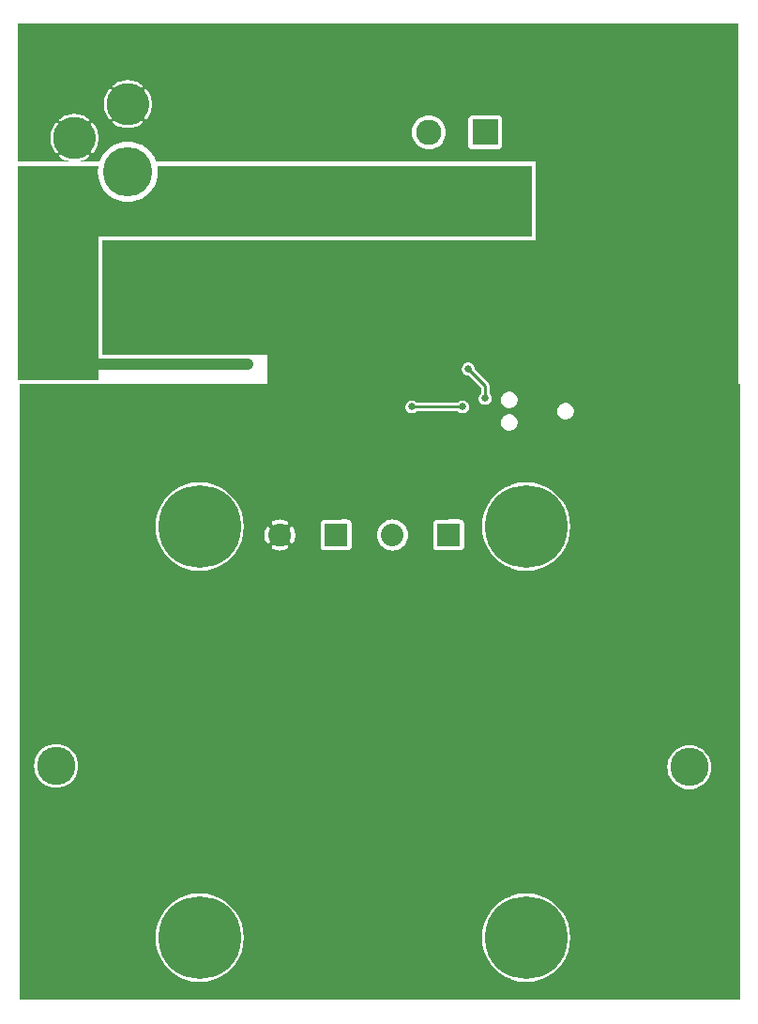
<source format=gbr>
G04 start of page 3 for group 1 idx 1 *
G04 Title: (unknown), bottom *
G04 Creator: pcb 4.0.2 *
G04 CreationDate: Mon Feb 22 18:13:25 2021 UTC *
G04 For: ndholmes *
G04 Format: Gerber/RS-274X *
G04 PCB-Dimensions (mil): 2600.00 3500.00 *
G04 PCB-Coordinate-Origin: lower left *
%MOIN*%
%FSLAX25Y25*%
%LNBOTTOM*%
%ADD51C,0.0420*%
%ADD50C,0.1285*%
%ADD49C,0.0960*%
%ADD48C,0.1100*%
%ADD47C,0.1250*%
%ADD46C,0.0550*%
%ADD45C,0.0390*%
%ADD44C,0.0120*%
%ADD43C,0.0260*%
%ADD42C,0.0800*%
%ADD41C,0.2937*%
%ADD40C,0.1360*%
%ADD39C,0.1500*%
%ADD38C,0.1750*%
%ADD37C,0.0900*%
%ADD36C,0.0100*%
%ADD35C,0.0400*%
%ADD34C,0.0001*%
G54D34*G36*
X239988Y220500D02*X258000D01*
Y2000D01*
X239988D01*
Y76677D01*
X240000Y76676D01*
X241224Y76772D01*
X242418Y77059D01*
X243552Y77529D01*
X244599Y78170D01*
X245532Y78968D01*
X246330Y79901D01*
X246971Y80948D01*
X247441Y82082D01*
X247728Y83276D01*
X247800Y84500D01*
X247728Y85724D01*
X247441Y86918D01*
X246971Y88052D01*
X246330Y89099D01*
X245532Y90032D01*
X244599Y90830D01*
X243552Y91471D01*
X242418Y91941D01*
X241224Y92228D01*
X240000Y92324D01*
X239988Y92323D01*
Y220500D01*
G37*
G36*
X195995D02*X239988D01*
Y92323D01*
X238776Y92228D01*
X237582Y91941D01*
X236448Y91471D01*
X235401Y90830D01*
X234468Y90032D01*
X233670Y89099D01*
X233029Y88052D01*
X232559Y86918D01*
X232272Y85724D01*
X232176Y84500D01*
X232272Y83276D01*
X232559Y82082D01*
X233029Y80948D01*
X233670Y79901D01*
X234468Y78968D01*
X235401Y78170D01*
X236448Y77529D01*
X237582Y77059D01*
X238776Y76772D01*
X239988Y76677D01*
Y2000D01*
X195995D01*
Y16821D01*
X196018Y16858D01*
X196962Y19138D01*
X197539Y21539D01*
X197684Y24000D01*
X197539Y26461D01*
X196962Y28862D01*
X196018Y31142D01*
X195995Y31179D01*
Y162821D01*
X196018Y162858D01*
X196962Y165138D01*
X197539Y167539D01*
X197684Y170000D01*
X197539Y172461D01*
X196962Y174862D01*
X196018Y177142D01*
X195995Y177179D01*
Y208041D01*
X196000Y208041D01*
X196463Y208077D01*
X196914Y208186D01*
X197343Y208363D01*
X197739Y208606D01*
X198092Y208908D01*
X198394Y209261D01*
X198637Y209657D01*
X198814Y210086D01*
X198923Y210537D01*
X198950Y211000D01*
X198923Y211463D01*
X198814Y211914D01*
X198637Y212343D01*
X198394Y212739D01*
X198092Y213092D01*
X197739Y213394D01*
X197343Y213637D01*
X196914Y213814D01*
X196463Y213923D01*
X196000Y213959D01*
X195995Y213959D01*
Y220500D01*
G37*
G36*
X175995Y9511D02*X177138Y9038D01*
X179539Y8461D01*
X182000Y8268D01*
X184461Y8461D01*
X186862Y9038D01*
X189142Y9982D01*
X191247Y11272D01*
X193124Y12876D01*
X194728Y14753D01*
X195995Y16821D01*
Y2000D01*
X175995D01*
Y9511D01*
G37*
G36*
Y155511D02*X177138Y155038D01*
X179539Y154461D01*
X182000Y154268D01*
X184461Y154461D01*
X186862Y155038D01*
X189142Y155982D01*
X191247Y157272D01*
X193124Y158876D01*
X194728Y160753D01*
X195995Y162821D01*
Y31179D01*
X194728Y33247D01*
X193124Y35124D01*
X191247Y36728D01*
X189142Y38018D01*
X186862Y38962D01*
X184461Y39539D01*
X182000Y39732D01*
X179539Y39539D01*
X177138Y38962D01*
X175995Y38489D01*
Y155511D01*
G37*
G36*
Y220500D02*X195995D01*
Y213959D01*
X195537Y213923D01*
X195086Y213814D01*
X194657Y213637D01*
X194261Y213394D01*
X193908Y213092D01*
X193606Y212739D01*
X193363Y212343D01*
X193186Y211914D01*
X193077Y211463D01*
X193041Y211000D01*
X193077Y210537D01*
X193186Y210086D01*
X193363Y209657D01*
X193606Y209261D01*
X193908Y208908D01*
X194261Y208606D01*
X194657Y208363D01*
X195086Y208186D01*
X195537Y208077D01*
X195995Y208041D01*
Y177179D01*
X194728Y179247D01*
X193124Y181124D01*
X191247Y182728D01*
X189142Y184018D01*
X186862Y184962D01*
X184461Y185539D01*
X182000Y185732D01*
X179539Y185539D01*
X177138Y184962D01*
X175995Y184489D01*
Y204041D01*
X176000Y204041D01*
X176463Y204077D01*
X176914Y204186D01*
X177343Y204363D01*
X177739Y204606D01*
X178092Y204908D01*
X178394Y205261D01*
X178637Y205657D01*
X178814Y206086D01*
X178923Y206537D01*
X178950Y207000D01*
X178923Y207463D01*
X178814Y207914D01*
X178637Y208343D01*
X178394Y208739D01*
X178092Y209092D01*
X177739Y209394D01*
X177343Y209637D01*
X176914Y209814D01*
X176463Y209923D01*
X176000Y209959D01*
X175995Y209959D01*
Y212041D01*
X176000Y212041D01*
X176463Y212077D01*
X176914Y212186D01*
X177343Y212363D01*
X177739Y212606D01*
X178092Y212908D01*
X178394Y213261D01*
X178637Y213657D01*
X178814Y214086D01*
X178923Y214537D01*
X178950Y215000D01*
X178923Y215463D01*
X178814Y215914D01*
X178637Y216343D01*
X178394Y216739D01*
X178092Y217092D01*
X177739Y217394D01*
X177343Y217637D01*
X176914Y217814D01*
X176463Y217923D01*
X176000Y217959D01*
X175995Y217959D01*
Y220500D01*
G37*
G36*
X150496D02*X164879D01*
X166000Y219379D01*
Y217244D01*
X165869Y217131D01*
X165634Y216856D01*
X165444Y216547D01*
X165306Y216213D01*
X165221Y215861D01*
X165193Y215500D01*
X165221Y215139D01*
X165306Y214787D01*
X165444Y214453D01*
X165634Y214144D01*
X165869Y213869D01*
X166144Y213634D01*
X166453Y213444D01*
X166787Y213306D01*
X167139Y213221D01*
X167500Y213193D01*
X167861Y213221D01*
X168213Y213306D01*
X168547Y213444D01*
X168856Y213634D01*
X169131Y213869D01*
X169366Y214144D01*
X169556Y214453D01*
X169694Y214787D01*
X169779Y215139D01*
X169800Y215500D01*
X169779Y215861D01*
X169694Y216213D01*
X169556Y216547D01*
X169366Y216856D01*
X169131Y217131D01*
X169000Y217244D01*
Y219941D01*
X169005Y220000D01*
X168986Y220235D01*
X168931Y220465D01*
X168916Y220500D01*
X175995D01*
Y217959D01*
X175537Y217923D01*
X175086Y217814D01*
X174657Y217637D01*
X174261Y217394D01*
X173908Y217092D01*
X173606Y216739D01*
X173363Y216343D01*
X173186Y215914D01*
X173077Y215463D01*
X173041Y215000D01*
X173077Y214537D01*
X173186Y214086D01*
X173363Y213657D01*
X173606Y213261D01*
X173908Y212908D01*
X174261Y212606D01*
X174657Y212363D01*
X175086Y212186D01*
X175537Y212077D01*
X175995Y212041D01*
Y209959D01*
X175537Y209923D01*
X175086Y209814D01*
X174657Y209637D01*
X174261Y209394D01*
X173908Y209092D01*
X173606Y208739D01*
X173363Y208343D01*
X173186Y207914D01*
X173077Y207463D01*
X173041Y207000D01*
X173077Y206537D01*
X173186Y206086D01*
X173363Y205657D01*
X173606Y205261D01*
X173908Y204908D01*
X174261Y204606D01*
X174657Y204363D01*
X175086Y204186D01*
X175537Y204077D01*
X175995Y204041D01*
Y184489D01*
X174858Y184018D01*
X172753Y182728D01*
X170876Y181124D01*
X169272Y179247D01*
X167982Y177142D01*
X167038Y174862D01*
X166461Y172461D01*
X166268Y170000D01*
X166461Y167539D01*
X167038Y165138D01*
X167982Y162858D01*
X169272Y160753D01*
X170876Y158876D01*
X172753Y157272D01*
X174858Y155982D01*
X175995Y155511D01*
Y38489D01*
X174858Y38018D01*
X172753Y36728D01*
X170876Y35124D01*
X169272Y33247D01*
X167982Y31142D01*
X167038Y28862D01*
X166461Y26461D01*
X166268Y24000D01*
X166461Y21539D01*
X167038Y19138D01*
X167982Y16858D01*
X169272Y14753D01*
X170876Y12876D01*
X172753Y11272D01*
X174858Y9982D01*
X175995Y9511D01*
Y2000D01*
X150496D01*
Y161500D01*
X150500Y161500D01*
X158735Y161514D01*
X158965Y161569D01*
X159183Y161659D01*
X159384Y161783D01*
X159564Y161936D01*
X159717Y162116D01*
X159841Y162317D01*
X159931Y162535D01*
X159986Y162765D01*
X160000Y163000D01*
X159986Y171235D01*
X159931Y171465D01*
X159841Y171683D01*
X159717Y171884D01*
X159564Y172064D01*
X159384Y172217D01*
X159183Y172341D01*
X158965Y172431D01*
X158735Y172486D01*
X158500Y172500D01*
X150496Y172486D01*
Y211000D01*
X157756D01*
X157869Y210869D01*
X158144Y210634D01*
X158453Y210444D01*
X158787Y210306D01*
X159139Y210221D01*
X159500Y210193D01*
X159861Y210221D01*
X160213Y210306D01*
X160547Y210444D01*
X160856Y210634D01*
X161131Y210869D01*
X161366Y211144D01*
X161556Y211453D01*
X161694Y211787D01*
X161779Y212139D01*
X161800Y212500D01*
X161779Y212861D01*
X161694Y213213D01*
X161556Y213547D01*
X161366Y213856D01*
X161131Y214131D01*
X160856Y214366D01*
X160547Y214556D01*
X160213Y214694D01*
X159861Y214779D01*
X159500Y214807D01*
X159139Y214779D01*
X158787Y214694D01*
X158453Y214556D01*
X158144Y214366D01*
X157869Y214131D01*
X157756Y214000D01*
X150496D01*
Y220500D01*
G37*
G36*
X134492D02*X150496D01*
Y214000D01*
X143244D01*
X143131Y214131D01*
X142856Y214366D01*
X142547Y214556D01*
X142213Y214694D01*
X141861Y214779D01*
X141500Y214807D01*
X141139Y214779D01*
X140787Y214694D01*
X140453Y214556D01*
X140144Y214366D01*
X139869Y214131D01*
X139634Y213856D01*
X139444Y213547D01*
X139306Y213213D01*
X139221Y212861D01*
X139193Y212500D01*
X139221Y212139D01*
X139306Y211787D01*
X139444Y211453D01*
X139634Y211144D01*
X139869Y210869D01*
X140144Y210634D01*
X140453Y210444D01*
X140787Y210306D01*
X141139Y210221D01*
X141500Y210193D01*
X141861Y210221D01*
X142213Y210306D01*
X142547Y210444D01*
X142856Y210634D01*
X143131Y210869D01*
X143244Y211000D01*
X150496D01*
Y172486D01*
X150265Y172486D01*
X150035Y172431D01*
X149817Y172341D01*
X149616Y172217D01*
X149436Y172064D01*
X149283Y171884D01*
X149159Y171683D01*
X149069Y171465D01*
X149014Y171235D01*
X149000Y171000D01*
X149014Y162765D01*
X149069Y162535D01*
X149159Y162317D01*
X149283Y162116D01*
X149436Y161936D01*
X149616Y161783D01*
X149817Y161659D01*
X150035Y161569D01*
X150265Y161514D01*
X150496Y161500D01*
Y2000D01*
X134492D01*
Y161484D01*
X134500Y161483D01*
X135363Y161551D01*
X136205Y161753D01*
X137005Y162084D01*
X137743Y162537D01*
X138401Y163099D01*
X138963Y163757D01*
X139416Y164495D01*
X139747Y165295D01*
X139949Y166137D01*
X140000Y167000D01*
X139949Y167863D01*
X139747Y168705D01*
X139416Y169505D01*
X138963Y170243D01*
X138401Y170901D01*
X137743Y171463D01*
X137005Y171916D01*
X136205Y172247D01*
X135363Y172449D01*
X134500Y172517D01*
X134492Y172516D01*
Y220500D01*
G37*
G36*
X114500D02*X134492D01*
Y172516D01*
X133637Y172449D01*
X132795Y172247D01*
X131995Y171916D01*
X131257Y171463D01*
X130599Y170901D01*
X130037Y170243D01*
X129584Y169505D01*
X129253Y168705D01*
X129051Y167863D01*
X128983Y167000D01*
X129051Y166137D01*
X129253Y165295D01*
X129584Y164495D01*
X130037Y163757D01*
X130599Y163099D01*
X131257Y162537D01*
X131995Y162084D01*
X132795Y161753D01*
X133637Y161551D01*
X134492Y161484D01*
Y2000D01*
X114500D01*
Y161507D01*
X118735Y161514D01*
X118965Y161569D01*
X119183Y161659D01*
X119384Y161783D01*
X119564Y161936D01*
X119717Y162116D01*
X119841Y162317D01*
X119931Y162535D01*
X119986Y162765D01*
X120000Y163000D01*
X119986Y171235D01*
X119931Y171465D01*
X119841Y171683D01*
X119717Y171884D01*
X119564Y172064D01*
X119384Y172217D01*
X119183Y172341D01*
X118965Y172431D01*
X118735Y172486D01*
X118500Y172500D01*
X114500Y172493D01*
Y220500D01*
G37*
G36*
X98993D02*X114500D01*
Y172493D01*
X110265Y172486D01*
X110035Y172431D01*
X109817Y172341D01*
X109616Y172217D01*
X109436Y172064D01*
X109283Y171884D01*
X109159Y171683D01*
X109069Y171465D01*
X109014Y171235D01*
X109000Y171000D01*
X109014Y162765D01*
X109069Y162535D01*
X109159Y162317D01*
X109283Y162116D01*
X109436Y161936D01*
X109616Y161783D01*
X109817Y161659D01*
X110035Y161569D01*
X110265Y161514D01*
X110500Y161500D01*
X114500Y161507D01*
Y2000D01*
X98993D01*
Y164145D01*
X99078Y164181D01*
X99179Y164243D01*
X99269Y164319D01*
X99345Y164409D01*
X99405Y164511D01*
X99622Y164980D01*
X99789Y165469D01*
X99909Y165972D01*
X99982Y166484D01*
X100006Y167000D01*
X99982Y167516D01*
X99909Y168028D01*
X99789Y168531D01*
X99622Y169020D01*
X99410Y169492D01*
X99349Y169593D01*
X99272Y169684D01*
X99182Y169761D01*
X99080Y169823D01*
X98993Y169860D01*
Y220500D01*
G37*
G36*
X94502D02*X98993D01*
Y169860D01*
X98971Y169869D01*
X98855Y169897D01*
X98737Y169906D01*
X98619Y169897D01*
X98503Y169870D01*
X98393Y169824D01*
X98292Y169762D01*
X98202Y169686D01*
X98124Y169595D01*
X98062Y169494D01*
X98016Y169385D01*
X97989Y169269D01*
X97979Y169151D01*
X97988Y169032D01*
X98016Y168917D01*
X98063Y168808D01*
X98221Y168468D01*
X98342Y168112D01*
X98430Y167747D01*
X98482Y167375D01*
X98500Y167000D01*
X98482Y166625D01*
X98430Y166253D01*
X98342Y165888D01*
X98221Y165532D01*
X98067Y165190D01*
X98020Y165082D01*
X97993Y164967D01*
X97983Y164849D01*
X97993Y164732D01*
X98021Y164617D01*
X98066Y164508D01*
X98128Y164407D01*
X98205Y164318D01*
X98295Y164241D01*
X98395Y164180D01*
X98504Y164135D01*
X98619Y164107D01*
X98737Y164098D01*
X98855Y164108D01*
X98969Y164135D01*
X98993Y164145D01*
Y2000D01*
X94502D01*
Y161494D01*
X95016Y161518D01*
X95528Y161591D01*
X96031Y161711D01*
X96520Y161878D01*
X96992Y162090D01*
X97093Y162151D01*
X97184Y162228D01*
X97261Y162318D01*
X97323Y162420D01*
X97369Y162529D01*
X97397Y162645D01*
X97406Y162763D01*
X97397Y162881D01*
X97370Y162997D01*
X97324Y163107D01*
X97262Y163208D01*
X97186Y163298D01*
X97095Y163376D01*
X96994Y163438D01*
X96885Y163484D01*
X96769Y163511D01*
X96651Y163521D01*
X96532Y163512D01*
X96417Y163484D01*
X96308Y163437D01*
X95968Y163279D01*
X95612Y163158D01*
X95247Y163070D01*
X94875Y163018D01*
X94502Y163000D01*
Y171000D01*
X94875Y170982D01*
X95247Y170930D01*
X95612Y170842D01*
X95968Y170721D01*
X96310Y170567D01*
X96418Y170520D01*
X96533Y170493D01*
X96651Y170483D01*
X96768Y170493D01*
X96883Y170521D01*
X96992Y170566D01*
X97093Y170628D01*
X97182Y170705D01*
X97259Y170795D01*
X97320Y170895D01*
X97365Y171004D01*
X97393Y171119D01*
X97402Y171237D01*
X97392Y171355D01*
X97365Y171469D01*
X97319Y171578D01*
X97257Y171679D01*
X97181Y171769D01*
X97091Y171845D01*
X96989Y171905D01*
X96520Y172122D01*
X96031Y172289D01*
X95528Y172409D01*
X95016Y172482D01*
X94502Y172506D01*
Y220500D01*
G37*
G36*
X90007D02*X94502D01*
Y172506D01*
X94500Y172506D01*
X93984Y172482D01*
X93472Y172409D01*
X92969Y172289D01*
X92480Y172122D01*
X92008Y171910D01*
X91907Y171849D01*
X91816Y171772D01*
X91739Y171682D01*
X91677Y171580D01*
X91631Y171471D01*
X91603Y171355D01*
X91594Y171237D01*
X91603Y171119D01*
X91630Y171003D01*
X91676Y170893D01*
X91738Y170792D01*
X91814Y170702D01*
X91905Y170624D01*
X92006Y170562D01*
X92115Y170516D01*
X92231Y170489D01*
X92349Y170479D01*
X92468Y170488D01*
X92583Y170516D01*
X92692Y170563D01*
X93032Y170721D01*
X93388Y170842D01*
X93753Y170930D01*
X94125Y170982D01*
X94500Y171000D01*
X94502Y171000D01*
Y163000D01*
X94500Y163000D01*
X94125Y163018D01*
X93753Y163070D01*
X93388Y163158D01*
X93032Y163279D01*
X92690Y163433D01*
X92582Y163480D01*
X92467Y163507D01*
X92349Y163517D01*
X92232Y163507D01*
X92117Y163479D01*
X92008Y163434D01*
X91907Y163372D01*
X91818Y163295D01*
X91741Y163205D01*
X91680Y163105D01*
X91635Y162996D01*
X91607Y162881D01*
X91598Y162763D01*
X91608Y162645D01*
X91635Y162531D01*
X91681Y162422D01*
X91743Y162321D01*
X91819Y162231D01*
X91909Y162155D01*
X92011Y162095D01*
X92480Y161878D01*
X92969Y161711D01*
X93472Y161591D01*
X93984Y161518D01*
X94500Y161494D01*
X94502Y161494D01*
Y2000D01*
X90007D01*
Y164140D01*
X90029Y164131D01*
X90145Y164103D01*
X90263Y164094D01*
X90381Y164103D01*
X90497Y164130D01*
X90607Y164176D01*
X90708Y164238D01*
X90798Y164314D01*
X90876Y164405D01*
X90938Y164506D01*
X90984Y164615D01*
X91011Y164731D01*
X91021Y164849D01*
X91012Y164968D01*
X90984Y165083D01*
X90937Y165192D01*
X90779Y165532D01*
X90658Y165888D01*
X90570Y166253D01*
X90518Y166625D01*
X90500Y167000D01*
X90518Y167375D01*
X90570Y167747D01*
X90658Y168112D01*
X90779Y168468D01*
X90933Y168810D01*
X90980Y168918D01*
X91007Y169033D01*
X91017Y169151D01*
X91007Y169268D01*
X90979Y169383D01*
X90934Y169492D01*
X90872Y169593D01*
X90795Y169682D01*
X90705Y169759D01*
X90605Y169820D01*
X90496Y169865D01*
X90381Y169893D01*
X90263Y169902D01*
X90145Y169892D01*
X90031Y169865D01*
X90007Y169855D01*
Y220500D01*
G37*
G36*
X65976D02*X90007D01*
Y169855D01*
X89922Y169819D01*
X89821Y169757D01*
X89731Y169681D01*
X89655Y169591D01*
X89595Y169489D01*
X89378Y169020D01*
X89211Y168531D01*
X89091Y168028D01*
X89018Y167516D01*
X88994Y167000D01*
X89018Y166484D01*
X89091Y165972D01*
X89211Y165469D01*
X89378Y164980D01*
X89590Y164508D01*
X89651Y164407D01*
X89728Y164316D01*
X89818Y164239D01*
X89920Y164177D01*
X90007Y164140D01*
Y2000D01*
X65976D01*
Y8270D01*
X66000Y8268D01*
X68461Y8461D01*
X70862Y9038D01*
X73142Y9982D01*
X75247Y11272D01*
X77124Y12876D01*
X78728Y14753D01*
X80018Y16858D01*
X80962Y19138D01*
X81539Y21539D01*
X81684Y24000D01*
X81539Y26461D01*
X80962Y28862D01*
X80018Y31142D01*
X78728Y33247D01*
X77124Y35124D01*
X75247Y36728D01*
X73142Y38018D01*
X70862Y38962D01*
X68461Y39539D01*
X66000Y39732D01*
X65976Y39730D01*
Y154270D01*
X66000Y154268D01*
X68461Y154461D01*
X70862Y155038D01*
X73142Y155982D01*
X75247Y157272D01*
X77124Y158876D01*
X78728Y160753D01*
X80018Y162858D01*
X80962Y165138D01*
X81539Y167539D01*
X81684Y170000D01*
X81539Y172461D01*
X80962Y174862D01*
X80018Y177142D01*
X78728Y179247D01*
X77124Y181124D01*
X75247Y182728D01*
X73142Y184018D01*
X70862Y184962D01*
X68461Y185539D01*
X66000Y185732D01*
X65976Y185730D01*
Y220500D01*
G37*
G36*
X14988D02*X65976D01*
Y185730D01*
X63539Y185539D01*
X61138Y184962D01*
X58858Y184018D01*
X56753Y182728D01*
X54876Y181124D01*
X53272Y179247D01*
X51982Y177142D01*
X51038Y174862D01*
X50461Y172461D01*
X50268Y170000D01*
X50461Y167539D01*
X51038Y165138D01*
X51982Y162858D01*
X53272Y160753D01*
X54876Y158876D01*
X56753Y157272D01*
X58858Y155982D01*
X61138Y155038D01*
X63539Y154461D01*
X65976Y154270D01*
Y39730D01*
X63539Y39539D01*
X61138Y38962D01*
X58858Y38018D01*
X56753Y36728D01*
X54876Y35124D01*
X53272Y33247D01*
X51982Y31142D01*
X51038Y28862D01*
X50461Y26461D01*
X50268Y24000D01*
X50461Y21539D01*
X51038Y19138D01*
X51982Y16858D01*
X53272Y14753D01*
X54876Y12876D01*
X56753Y11272D01*
X58858Y9982D01*
X61138Y9038D01*
X63539Y8461D01*
X65976Y8270D01*
Y2000D01*
X14988D01*
Y77177D01*
X15000Y77176D01*
X16224Y77272D01*
X17418Y77559D01*
X18552Y78029D01*
X19599Y78670D01*
X20532Y79468D01*
X21330Y80401D01*
X21971Y81448D01*
X22441Y82582D01*
X22728Y83776D01*
X22800Y85000D01*
X22728Y86224D01*
X22441Y87418D01*
X21971Y88552D01*
X21330Y89599D01*
X20532Y90532D01*
X19599Y91330D01*
X18552Y91971D01*
X17418Y92441D01*
X16224Y92728D01*
X15000Y92824D01*
X14988Y92823D01*
Y220500D01*
G37*
G36*
X2000D02*X14988D01*
Y92823D01*
X13776Y92728D01*
X12582Y92441D01*
X11448Y91971D01*
X10401Y91330D01*
X9468Y90532D01*
X8670Y89599D01*
X8029Y88552D01*
X7559Y87418D01*
X7272Y86224D01*
X7176Y85000D01*
X7272Y83776D01*
X7559Y82582D01*
X8029Y81448D01*
X8670Y80401D01*
X9468Y79468D01*
X10401Y78670D01*
X11448Y78029D01*
X12582Y77559D01*
X13776Y77272D01*
X14988Y77177D01*
Y2000D01*
X2000D01*
Y220500D01*
G37*
G36*
X184000Y273000D02*X1500D01*
Y298000D01*
X30028D01*
X29949Y297671D01*
X29817Y296000D01*
X29949Y294329D01*
X30340Y292699D01*
X30982Y291150D01*
X31857Y289721D01*
X32946Y288446D01*
X34221Y287357D01*
X35650Y286482D01*
X37199Y285840D01*
X38829Y285449D01*
X40500Y285317D01*
X42171Y285449D01*
X43801Y285840D01*
X45350Y286482D01*
X46779Y287357D01*
X48054Y288446D01*
X49143Y289721D01*
X50018Y291150D01*
X50660Y292699D01*
X51051Y294329D01*
X51150Y296000D01*
X51051Y297671D01*
X50972Y298000D01*
X184000D01*
Y273000D01*
G37*
G36*
X1500Y298000D02*X30000D01*
Y297885D01*
X29949Y297671D01*
X29817Y296000D01*
X29949Y294329D01*
X30000Y294115D01*
Y222000D01*
X1500D01*
Y298000D01*
G37*
G36*
X31500Y271500D02*X238500D01*
Y251500D01*
X31500D01*
Y271500D01*
G37*
G36*
X167500Y348500D02*X257500D01*
Y299500D01*
X167500D01*
Y304007D01*
X172235Y304014D01*
X172465Y304069D01*
X172683Y304159D01*
X172884Y304283D01*
X173064Y304436D01*
X173217Y304616D01*
X173341Y304817D01*
X173431Y305035D01*
X173486Y305265D01*
X173500Y305500D01*
X173486Y314735D01*
X173431Y314965D01*
X173341Y315183D01*
X173217Y315384D01*
X173064Y315564D01*
X172884Y315717D01*
X172683Y315841D01*
X172465Y315931D01*
X172235Y315986D01*
X172000Y316000D01*
X167500Y315993D01*
Y348500D01*
G37*
G36*
X147491D02*X167500D01*
Y315993D01*
X162765Y315986D01*
X162535Y315931D01*
X162317Y315841D01*
X162116Y315717D01*
X161936Y315564D01*
X161783Y315384D01*
X161659Y315183D01*
X161569Y314965D01*
X161514Y314735D01*
X161500Y314500D01*
X161514Y305265D01*
X161569Y305035D01*
X161659Y304817D01*
X161783Y304616D01*
X161936Y304436D01*
X162116Y304283D01*
X162317Y304159D01*
X162535Y304069D01*
X162765Y304014D01*
X163000Y304000D01*
X167500Y304007D01*
Y299500D01*
X147491D01*
Y303982D01*
X147500Y303981D01*
X148442Y304056D01*
X149360Y304276D01*
X150232Y304637D01*
X151038Y305131D01*
X151756Y305744D01*
X152369Y306462D01*
X152863Y307268D01*
X153224Y308140D01*
X153444Y309058D01*
X153500Y310000D01*
X153444Y310942D01*
X153224Y311860D01*
X152863Y312732D01*
X152369Y313538D01*
X151756Y314256D01*
X151038Y314869D01*
X150232Y315363D01*
X149360Y315724D01*
X148442Y315944D01*
X147500Y316019D01*
X147491Y316018D01*
Y348500D01*
G37*
G36*
X47655Y322245D02*X47819Y321638D01*
X47935Y320988D01*
X47993Y320330D01*
Y319670D01*
X47935Y319012D01*
X47819Y318362D01*
X47655Y317755D01*
Y322245D01*
G37*
G36*
Y348500D02*X147491D01*
Y316018D01*
X146558Y315944D01*
X145640Y315724D01*
X144768Y315363D01*
X143962Y314869D01*
X143244Y314256D01*
X142631Y313538D01*
X142137Y312732D01*
X141776Y311860D01*
X141556Y310942D01*
X141481Y310000D01*
X141556Y309058D01*
X141776Y308140D01*
X142137Y307268D01*
X142631Y306462D01*
X143244Y305744D01*
X143962Y305131D01*
X144768Y304637D01*
X145640Y304276D01*
X146558Y304056D01*
X147491Y303982D01*
Y299500D01*
X50578D01*
X50018Y300850D01*
X49143Y302279D01*
X48054Y303554D01*
X47655Y303895D01*
Y315396D01*
X48030Y316039D01*
X48349Y316716D01*
X48607Y317419D01*
X48803Y318142D01*
X48934Y318880D01*
X49000Y319626D01*
Y320374D01*
X48934Y321121D01*
X48803Y321858D01*
X48607Y322581D01*
X48349Y323284D01*
X48030Y323961D01*
X47655Y324604D01*
Y348500D01*
G37*
G36*
X40504D02*X47655D01*
Y324604D01*
X47652Y324608D01*
X47219Y325219D01*
X47166Y325279D01*
X47104Y325328D01*
X47034Y325368D01*
X46960Y325396D01*
X46881Y325412D01*
X46802Y325416D01*
X46722Y325407D01*
X46645Y325386D01*
X46573Y325353D01*
X46506Y325309D01*
X46447Y325256D01*
X46397Y325193D01*
X46357Y325124D01*
X46329Y325049D01*
X46313Y324971D01*
X46309Y324891D01*
X46318Y324812D01*
X46339Y324735D01*
X46372Y324662D01*
X46417Y324596D01*
X46805Y324062D01*
X47138Y323492D01*
X47419Y322895D01*
X47647Y322275D01*
X47655Y322245D01*
Y317755D01*
X47647Y317725D01*
X47419Y317105D01*
X47138Y316508D01*
X46805Y315938D01*
X46423Y315399D01*
X46379Y315334D01*
X46346Y315263D01*
X46325Y315187D01*
X46317Y315109D01*
X46320Y315030D01*
X46336Y314953D01*
X46364Y314879D01*
X46403Y314811D01*
X46452Y314749D01*
X46510Y314696D01*
X46576Y314653D01*
X46648Y314621D01*
X46724Y314600D01*
X46802Y314591D01*
X46881Y314595D01*
X46958Y314611D01*
X47031Y314639D01*
X47100Y314678D01*
X47161Y314727D01*
X47213Y314786D01*
X47652Y315392D01*
X47655Y315396D01*
Y303895D01*
X46779Y304643D01*
X45350Y305518D01*
X43801Y306160D01*
X42171Y306551D01*
X40504Y306683D01*
Y311500D01*
X40874D01*
X41620Y311566D01*
X42358Y311697D01*
X43081Y311893D01*
X43784Y312151D01*
X44461Y312470D01*
X45108Y312848D01*
X45719Y313281D01*
X45779Y313334D01*
X45828Y313396D01*
X45868Y313466D01*
X45896Y313540D01*
X45912Y313619D01*
X45916Y313698D01*
X45907Y313778D01*
X45886Y313855D01*
X45853Y313927D01*
X45809Y313994D01*
X45756Y314053D01*
X45693Y314103D01*
X45624Y314143D01*
X45549Y314171D01*
X45471Y314187D01*
X45391Y314191D01*
X45312Y314182D01*
X45235Y314161D01*
X45162Y314128D01*
X45096Y314083D01*
X44562Y313695D01*
X43992Y313362D01*
X43395Y313081D01*
X42775Y312853D01*
X42138Y312681D01*
X41488Y312565D01*
X40830Y312507D01*
X40504D01*
Y327493D01*
X40830D01*
X41488Y327435D01*
X42138Y327319D01*
X42775Y327147D01*
X43395Y326919D01*
X43992Y326638D01*
X44562Y326305D01*
X45101Y325923D01*
X45166Y325879D01*
X45237Y325846D01*
X45313Y325825D01*
X45391Y325817D01*
X45470Y325820D01*
X45547Y325836D01*
X45621Y325864D01*
X45689Y325903D01*
X45751Y325952D01*
X45804Y326010D01*
X45847Y326076D01*
X45879Y326148D01*
X45900Y326224D01*
X45909Y326302D01*
X45905Y326381D01*
X45889Y326458D01*
X45861Y326531D01*
X45822Y326600D01*
X45773Y326661D01*
X45714Y326713D01*
X45108Y327152D01*
X44461Y327530D01*
X43784Y327849D01*
X43081Y328107D01*
X42358Y328303D01*
X41620Y328434D01*
X40874Y328500D01*
X40504D01*
Y348500D01*
G37*
G36*
X33345D02*X40504D01*
Y328500D01*
X40126D01*
X39379Y328434D01*
X38642Y328303D01*
X37919Y328107D01*
X37216Y327849D01*
X36539Y327530D01*
X35892Y327152D01*
X35281Y326719D01*
X35221Y326666D01*
X35172Y326604D01*
X35132Y326534D01*
X35104Y326460D01*
X35088Y326381D01*
X35084Y326302D01*
X35093Y326222D01*
X35114Y326145D01*
X35147Y326073D01*
X35191Y326006D01*
X35244Y325947D01*
X35307Y325897D01*
X35376Y325857D01*
X35451Y325829D01*
X35529Y325813D01*
X35609Y325809D01*
X35688Y325818D01*
X35765Y325839D01*
X35838Y325872D01*
X35904Y325917D01*
X36438Y326305D01*
X37008Y326638D01*
X37605Y326919D01*
X38225Y327147D01*
X38862Y327319D01*
X39512Y327435D01*
X40170Y327493D01*
X40504D01*
Y312507D01*
X40170D01*
X39512Y312565D01*
X38862Y312681D01*
X38225Y312853D01*
X37605Y313081D01*
X37008Y313362D01*
X36438Y313695D01*
X35899Y314077D01*
X35834Y314121D01*
X35763Y314154D01*
X35687Y314175D01*
X35609Y314183D01*
X35530Y314180D01*
X35453Y314164D01*
X35379Y314136D01*
X35311Y314097D01*
X35249Y314048D01*
X35196Y313990D01*
X35153Y313924D01*
X35121Y313852D01*
X35100Y313776D01*
X35091Y313698D01*
X35095Y313619D01*
X35111Y313542D01*
X35139Y313469D01*
X35178Y313400D01*
X35227Y313339D01*
X35286Y313287D01*
X35892Y312848D01*
X36539Y312470D01*
X37216Y312151D01*
X37919Y311893D01*
X38642Y311697D01*
X39379Y311566D01*
X40126Y311500D01*
X40504D01*
Y306683D01*
X40500Y306683D01*
X38829Y306551D01*
X37199Y306160D01*
X35650Y305518D01*
X34221Y304643D01*
X33345Y303895D01*
Y315396D01*
X33348Y315392D01*
X33781Y314781D01*
X33834Y314721D01*
X33896Y314672D01*
X33966Y314632D01*
X34040Y314604D01*
X34119Y314588D01*
X34198Y314584D01*
X34278Y314593D01*
X34355Y314614D01*
X34427Y314647D01*
X34494Y314691D01*
X34553Y314744D01*
X34603Y314807D01*
X34643Y314876D01*
X34671Y314951D01*
X34687Y315029D01*
X34691Y315109D01*
X34682Y315188D01*
X34661Y315265D01*
X34628Y315338D01*
X34583Y315404D01*
X34195Y315938D01*
X33862Y316508D01*
X33581Y317105D01*
X33353Y317725D01*
X33345Y317755D01*
Y322245D01*
X33353Y322275D01*
X33581Y322895D01*
X33862Y323492D01*
X34195Y324062D01*
X34577Y324601D01*
X34621Y324666D01*
X34654Y324737D01*
X34675Y324813D01*
X34683Y324891D01*
X34680Y324970D01*
X34664Y325047D01*
X34636Y325121D01*
X34597Y325189D01*
X34548Y325251D01*
X34490Y325304D01*
X34424Y325347D01*
X34352Y325379D01*
X34276Y325400D01*
X34198Y325409D01*
X34119Y325405D01*
X34042Y325389D01*
X33969Y325361D01*
X33900Y325322D01*
X33839Y325273D01*
X33787Y325214D01*
X33348Y324608D01*
X33345Y324604D01*
Y348500D01*
G37*
G36*
Y317755D02*X33181Y318362D01*
X33065Y319012D01*
X33007Y319670D01*
Y320330D01*
X33065Y320988D01*
X33181Y321638D01*
X33345Y322245D01*
Y317755D01*
G37*
G36*
X28655Y310245D02*X28819Y309638D01*
X28935Y308988D01*
X28993Y308330D01*
Y307670D01*
X28935Y307012D01*
X28819Y306362D01*
X28655Y305755D01*
Y310245D01*
G37*
G36*
Y348500D02*X33345D01*
Y324604D01*
X32970Y323961D01*
X32651Y323284D01*
X32393Y322581D01*
X32197Y321858D01*
X32066Y321121D01*
X32000Y320374D01*
Y319626D01*
X32066Y318880D01*
X32197Y318142D01*
X32393Y317419D01*
X32651Y316716D01*
X32970Y316039D01*
X33345Y315396D01*
Y303895D01*
X32946Y303554D01*
X31857Y302279D01*
X30982Y300850D01*
X30422Y299500D01*
X28655D01*
Y303396D01*
X29030Y304039D01*
X29349Y304716D01*
X29607Y305419D01*
X29803Y306142D01*
X29934Y306880D01*
X30000Y307626D01*
Y308374D01*
X29934Y309121D01*
X29803Y309858D01*
X29607Y310581D01*
X29349Y311284D01*
X29030Y311961D01*
X28655Y312604D01*
Y348500D01*
G37*
G36*
X21504D02*X28655D01*
Y312604D01*
X28652Y312608D01*
X28219Y313219D01*
X28166Y313279D01*
X28104Y313328D01*
X28034Y313368D01*
X27960Y313396D01*
X27881Y313412D01*
X27802Y313416D01*
X27722Y313407D01*
X27645Y313386D01*
X27573Y313353D01*
X27506Y313309D01*
X27447Y313256D01*
X27397Y313193D01*
X27357Y313124D01*
X27329Y313049D01*
X27313Y312971D01*
X27309Y312891D01*
X27318Y312812D01*
X27339Y312735D01*
X27372Y312662D01*
X27417Y312596D01*
X27805Y312062D01*
X28138Y311492D01*
X28419Y310895D01*
X28647Y310275D01*
X28655Y310245D01*
Y305755D01*
X28647Y305725D01*
X28419Y305105D01*
X28138Y304508D01*
X27805Y303938D01*
X27423Y303399D01*
X27379Y303334D01*
X27346Y303263D01*
X27325Y303187D01*
X27317Y303109D01*
X27320Y303030D01*
X27336Y302953D01*
X27364Y302879D01*
X27403Y302811D01*
X27452Y302749D01*
X27510Y302696D01*
X27576Y302653D01*
X27648Y302621D01*
X27724Y302600D01*
X27802Y302591D01*
X27881Y302595D01*
X27958Y302611D01*
X28031Y302639D01*
X28100Y302678D01*
X28161Y302727D01*
X28213Y302786D01*
X28652Y303392D01*
X28655Y303396D01*
Y299500D01*
X21504D01*
Y299500D01*
X21874D01*
X22620Y299566D01*
X23358Y299697D01*
X24081Y299893D01*
X24784Y300151D01*
X25461Y300470D01*
X26108Y300848D01*
X26719Y301281D01*
X26779Y301334D01*
X26828Y301396D01*
X26868Y301466D01*
X26896Y301540D01*
X26912Y301619D01*
X26916Y301698D01*
X26907Y301778D01*
X26886Y301855D01*
X26853Y301927D01*
X26809Y301994D01*
X26756Y302053D01*
X26693Y302103D01*
X26624Y302143D01*
X26549Y302171D01*
X26471Y302187D01*
X26391Y302191D01*
X26312Y302182D01*
X26235Y302161D01*
X26162Y302128D01*
X26096Y302083D01*
X25562Y301695D01*
X24992Y301362D01*
X24395Y301081D01*
X23775Y300853D01*
X23138Y300681D01*
X22488Y300565D01*
X21830Y300507D01*
X21504D01*
Y315493D01*
X21830D01*
X22488Y315435D01*
X23138Y315319D01*
X23775Y315147D01*
X24395Y314919D01*
X24992Y314638D01*
X25562Y314305D01*
X26101Y313923D01*
X26166Y313879D01*
X26237Y313846D01*
X26313Y313825D01*
X26391Y313817D01*
X26470Y313820D01*
X26547Y313836D01*
X26621Y313864D01*
X26689Y313903D01*
X26751Y313952D01*
X26804Y314010D01*
X26847Y314076D01*
X26879Y314148D01*
X26900Y314224D01*
X26909Y314302D01*
X26905Y314381D01*
X26889Y314458D01*
X26861Y314531D01*
X26822Y314600D01*
X26773Y314661D01*
X26714Y314713D01*
X26108Y315152D01*
X25461Y315530D01*
X24784Y315849D01*
X24081Y316107D01*
X23358Y316303D01*
X22620Y316434D01*
X21874Y316500D01*
X21504D01*
Y348500D01*
G37*
G36*
X14345D02*X21504D01*
Y316500D01*
X21126D01*
X20379Y316434D01*
X19642Y316303D01*
X18919Y316107D01*
X18216Y315849D01*
X17539Y315530D01*
X16892Y315152D01*
X16281Y314719D01*
X16221Y314666D01*
X16172Y314604D01*
X16132Y314534D01*
X16104Y314460D01*
X16088Y314381D01*
X16084Y314302D01*
X16093Y314222D01*
X16114Y314145D01*
X16147Y314073D01*
X16191Y314006D01*
X16244Y313947D01*
X16307Y313897D01*
X16376Y313857D01*
X16451Y313829D01*
X16529Y313813D01*
X16609Y313809D01*
X16688Y313818D01*
X16765Y313839D01*
X16838Y313872D01*
X16904Y313917D01*
X17438Y314305D01*
X18008Y314638D01*
X18605Y314919D01*
X19225Y315147D01*
X19862Y315319D01*
X20512Y315435D01*
X21170Y315493D01*
X21504D01*
Y300507D01*
X21170D01*
X20512Y300565D01*
X19862Y300681D01*
X19225Y300853D01*
X18605Y301081D01*
X18008Y301362D01*
X17438Y301695D01*
X16899Y302077D01*
X16834Y302121D01*
X16763Y302154D01*
X16687Y302175D01*
X16609Y302183D01*
X16530Y302180D01*
X16453Y302164D01*
X16379Y302136D01*
X16311Y302097D01*
X16249Y302048D01*
X16196Y301990D01*
X16153Y301924D01*
X16121Y301852D01*
X16100Y301776D01*
X16091Y301698D01*
X16095Y301619D01*
X16111Y301542D01*
X16139Y301469D01*
X16178Y301400D01*
X16227Y301339D01*
X16286Y301287D01*
X16892Y300848D01*
X17539Y300470D01*
X18216Y300151D01*
X18919Y299893D01*
X19642Y299697D01*
X20379Y299566D01*
X21126Y299500D01*
X21504D01*
Y299500D01*
X14345D01*
Y303396D01*
X14348Y303392D01*
X14781Y302781D01*
X14834Y302721D01*
X14896Y302672D01*
X14966Y302632D01*
X15040Y302604D01*
X15119Y302588D01*
X15198Y302584D01*
X15278Y302593D01*
X15355Y302614D01*
X15427Y302647D01*
X15494Y302691D01*
X15553Y302744D01*
X15603Y302807D01*
X15643Y302876D01*
X15671Y302951D01*
X15687Y303029D01*
X15691Y303109D01*
X15682Y303188D01*
X15661Y303265D01*
X15628Y303338D01*
X15583Y303404D01*
X15195Y303938D01*
X14862Y304508D01*
X14581Y305105D01*
X14353Y305725D01*
X14345Y305755D01*
Y310245D01*
X14353Y310275D01*
X14581Y310895D01*
X14862Y311492D01*
X15195Y312062D01*
X15577Y312601D01*
X15621Y312666D01*
X15654Y312737D01*
X15675Y312813D01*
X15683Y312891D01*
X15680Y312970D01*
X15664Y313047D01*
X15636Y313121D01*
X15597Y313189D01*
X15548Y313251D01*
X15490Y313304D01*
X15424Y313347D01*
X15352Y313379D01*
X15276Y313400D01*
X15198Y313409D01*
X15119Y313405D01*
X15042Y313389D01*
X14969Y313361D01*
X14900Y313322D01*
X14839Y313273D01*
X14787Y313214D01*
X14348Y312608D01*
X14345Y312604D01*
Y348500D01*
G37*
G36*
Y305755D02*X14181Y306362D01*
X14065Y307012D01*
X14007Y307670D01*
Y308330D01*
X14065Y308988D01*
X14181Y309638D01*
X14345Y310245D01*
Y305755D01*
G37*
G36*
X1500Y348500D02*X14345D01*
Y312604D01*
X13970Y311961D01*
X13651Y311284D01*
X13393Y310581D01*
X13197Y309858D01*
X13066Y309121D01*
X13000Y308374D01*
Y307626D01*
X13066Y306880D01*
X13197Y306142D01*
X13393Y305419D01*
X13651Y304716D01*
X13970Y304039D01*
X14345Y303396D01*
Y299500D01*
X1500D01*
Y348500D01*
G37*
G36*
X185500Y301000D02*X257500D01*
Y231000D01*
X185500D01*
Y301000D01*
G37*
G36*
X31500Y257500D02*X257500D01*
Y231000D01*
X31500D01*
Y257500D01*
G37*
G36*
X90000Y235000D02*X257500D01*
Y216000D01*
X178779D01*
X178637Y216343D01*
X178394Y216739D01*
X178092Y217092D01*
X177739Y217394D01*
X177343Y217637D01*
X176914Y217814D01*
X176463Y217923D01*
X176000Y217959D01*
X175537Y217923D01*
X175086Y217814D01*
X174657Y217637D01*
X174261Y217394D01*
X173908Y217092D01*
X173606Y216739D01*
X173363Y216343D01*
X173221Y216000D01*
X169745D01*
X169694Y216213D01*
X169556Y216547D01*
X169366Y216856D01*
X169131Y217131D01*
X169000Y217244D01*
Y219941D01*
X169005Y220000D01*
X168986Y220235D01*
X168931Y220465D01*
X168841Y220683D01*
X168717Y220884D01*
X168564Y221064D01*
X168519Y221102D01*
X163790Y225831D01*
X163800Y226000D01*
X163779Y226361D01*
X163694Y226713D01*
X163556Y227047D01*
X163366Y227356D01*
X163131Y227631D01*
X162856Y227866D01*
X162547Y228056D01*
X162213Y228194D01*
X161861Y228279D01*
X161500Y228307D01*
X161139Y228279D01*
X160787Y228194D01*
X160453Y228056D01*
X160144Y227866D01*
X159869Y227631D01*
X159634Y227356D01*
X159444Y227047D01*
X159306Y226713D01*
X159221Y226361D01*
X159193Y226000D01*
X159221Y225639D01*
X159306Y225287D01*
X159444Y224953D01*
X159634Y224644D01*
X159869Y224369D01*
X160144Y224134D01*
X160453Y223944D01*
X160787Y223806D01*
X161139Y223721D01*
X161500Y223693D01*
X161672Y223706D01*
X166000Y219379D01*
Y217244D01*
X165869Y217131D01*
X165634Y216856D01*
X165444Y216547D01*
X165306Y216213D01*
X165255Y216000D01*
X90000D01*
Y235000D01*
G37*
G54D35*X83000Y227500D02*X26000D01*
G54D36*X141500Y212500D02*X159500D01*
X167500Y215500D02*Y220000D01*
X161500Y226000D01*
G54D34*G36*
X163000Y314500D02*Y305500D01*
X172000D01*
Y314500D01*
X163000D01*
G37*
G54D37*X147500Y310000D03*
G54D38*X40500Y296000D03*
G54D39*Y320000D03*
X21500Y308000D03*
G54D40*X15000Y85000D03*
G54D41*X66000Y170000D03*
G54D40*X240000Y84500D03*
G54D41*X182000Y24000D03*
X66000D03*
X182000Y170000D03*
G54D34*G36*
X150500Y171000D02*Y163000D01*
X158500D01*
Y171000D01*
X150500D01*
G37*
G54D42*X134500Y167000D03*
G54D34*G36*
X110500Y171000D02*Y163000D01*
X118500D01*
Y171000D01*
X110500D01*
G37*
G54D42*X94500Y167000D03*
G54D43*X181000Y284500D03*
X177000D03*
X173000D03*
X181000Y280500D03*
Y276500D03*
X167000Y270000D03*
Y265000D03*
X150500Y270000D03*
Y265000D03*
X170000Y279500D03*
X204000Y280500D03*
Y285500D03*
X181000Y289500D03*
Y294500D03*
X177000D03*
X173000D03*
X177000Y289500D03*
X173000D03*
X204000Y290500D03*
X112500Y266000D03*
Y261000D03*
X24000Y260000D03*
X20000D03*
X16000D03*
X24500Y241500D03*
X20500D03*
X16500D03*
X24000Y271500D03*
X20000D03*
X16000D03*
X20500Y229500D03*
X16500D03*
X37000Y282500D03*
X33000D03*
X29000D03*
X24500Y229500D03*
X74500Y227500D03*
X79000D03*
X83000D03*
X55500Y242500D03*
Y238500D03*
Y235000D03*
X70500Y242500D03*
Y238500D03*
Y235000D03*
X107500Y222000D03*
X121000Y202500D03*
X141500Y212500D03*
X112500Y251000D03*
Y241500D03*
Y256000D03*
Y246500D03*
X181000Y203500D03*
X219500Y197500D03*
X170000Y276000D03*
X159500Y212500D03*
X161500Y226000D03*
X167500Y215500D03*
X204000Y271000D03*
Y276000D03*
Y266000D03*
Y256000D03*
Y246500D03*
Y261000D03*
Y251500D03*
Y241500D03*
G54D44*G54D45*G54D46*G54D47*G54D48*G54D49*G54D50*G54D49*G54D50*G54D51*M02*

</source>
